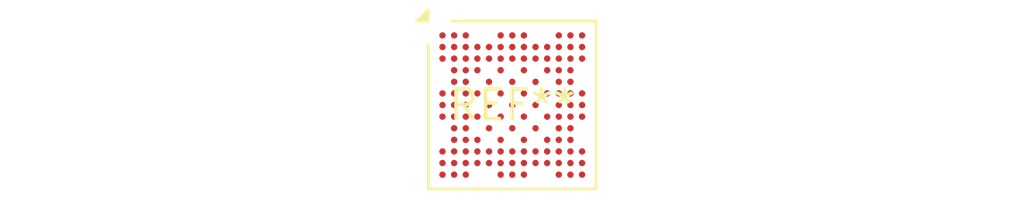
<source format=kicad_pcb>
(kicad_pcb (version 20240108) (generator pcbnew)
  (layers (0 "F.Cu" signal) (31 "B.Cu" signal) (34 "B.Paste" user) (35 "F.Paste" user) (36 "B.SilkS" user "B.Silkscreen") (37 "F.SilkS" user "F.Silkscreen") (38 "B.Mask" user) (39 "F.Mask" user) (44 "Edge.Cuts" user))
  (net 0 "")
  (footprint "ST_UFBGA-129_7x7mm_Layout13x13_P0.5mm" (layer "F.Cu") (at 0 0)
    (property "Reference" "REF**")
    (property "Value" "ST_UFBGA-129_7x7mm_Layout13x13_P0.5mm")
    (fp_line (start -3.61 3.61) (end -3.61 -2.61) (layer "F.SilkS") (stroke (width 0.12)))
    (fp_line (start -2.61 -3.61) (end 3.61 -3.61) (layer "F.SilkS") (stroke (width 0.12)))
    (fp_line (start 3.61 -3.61) (end 3.61 3.61) (layer "F.SilkS") (stroke (width 0.12)))
    (fp_line (start 3.61 3.61) (end -3.61 3.61) (layer "F.SilkS") (stroke (width 0.12)))
    (fp_poly (pts (xy -3.61 -3.61) (xy -4.11 -3.61) (xy -3.61 -4.11) (xy -3.61 -3.61)) (layer "F.SilkS") (stroke (width 0.12)) (fill solid))
    (pad "A1" smd circle (at -3 -3) (size 0.275 0.275) (property pad_prop_bga) (layers "F.Cu" "F.Paste" "F.Mask"))
    (pad "A2" smd circle (at -2.5 -3) (size 0.275 0.275) (property pad_prop_bga) (layers "F.Cu" "F.Paste" "F.Mask"))
    (pad "A3" smd circle (at -2 -3) (size 0.275 0.275) (property pad_prop_bga) (layers "F.Cu" "F.Paste" "F.Mask"))
    (pad "A6" smd circle (at -0.5 -3) (size 0.275 0.275) (property pad_prop_bga) (layers "F.Cu" "F.Paste" "F.Mask"))
    (pad "A7" smd circle (at 0 -3) (size 0.275 0.275) (property pad_prop_bga) (layers "F.Cu" "F.Paste" "F.Mask"))
    (pad "A8" smd circle (at 0.5 -3) (size 0.275 0.275) (property pad_prop_bga) (layers "F.Cu" "F.Paste" "F.Mask"))
    (pad "A11" smd circle (at 2 -3) (size 0.275 0.275) (property pad_prop_bga) (layers "F.Cu" "F.Paste" "F.Mask"))
    (pad "A12" smd circle (at 2.5 -3) (size 0.275 0.275) (property pad_prop_bga) (layers "F.Cu" "F.Paste" "F.Mask"))
    (pad "A13" smd circle (at 3 -3) (size 0.275 0.275) (property pad_prop_bga) (layers "F.Cu" "F.Paste" "F.Mask"))
    (pad "B1" smd circle (at -3 -2.5) (size 0.275 0.275) (property pad_prop_bga) (layers "F.Cu" "F.Paste" "F.Mask"))
    (pad "B2" smd circle (at -2.5 -2.5) (size 0.275 0.275) (property pad_prop_bga) (layers "F.Cu" "F.Paste" "F.Mask"))
    (pad "B3" smd circle (at -2 -2.5) (size 0.275 0.275) (property pad_prop_bga) (layers "F.Cu" "F.Paste" "F.Mask"))
    (pad "B4" smd circle (at -1.5 -2.5) (size 0.275 0.275) (property pad_prop_bga) (layers "F.Cu" "F.Paste" "F.Mask"))
    (pad "B5" smd circle (at -1 -2.5) (size 0.275 0.275) (property pad_prop_bga) (layers "F.Cu" "F.Paste" "F.Mask"))
    (pad "B6" smd circle (at -0.5 -2.5) (size 0.275 0.275) (property pad_prop_bga) (layers "F.Cu" "F.Paste" "F.Mask"))
    (pad "B7" smd circle (at 0 -2.5) (size 0.275 0.275) (property pad_prop_bga) (layers "F.Cu" "F.Paste" "F.Mask"))
    (pad "B8" smd circle (at 0.5 -2.5) (size 0.275 0.275) (property pad_prop_bga) (layers "F.Cu" "F.Paste" "F.Mask"))
    (pad "B9" smd circle (at 1 -2.5) (size 0.275 0.275) (property pad_prop_bga) (layers "F.Cu" "F.Paste" "F.Mask"))
    (pad "B10" smd circle (at 1.5 -2.5) (size 0.275 0.275) (property pad_prop_bga) (layers "F.Cu" "F.Paste" "F.Mask"))
    (pad "B11" smd circle (at 2 -2.5) (size 0.275 0.275) (property pad_prop_bga) (layers "F.Cu" "F.Paste" "F.Mask"))
    (pad "B12" smd circle (at 2.5 -2.5) (size 0.275 0.275) (property pad_prop_bga) (layers "F.Cu" "F.Paste" "F.Mask"))
    (pad "B13" smd circle (at 3 -2.5) (size 0.275 0.275) (property pad_prop_bga) (layers "F.Cu" "F.Paste" "F.Mask"))
    (pad "C1" smd circle (at -3 -2) (size 0.275 0.275) (property pad_prop_bga) (layers "F.Cu" "F.Paste" "F.Mask"))
    (pad "C2" smd circle (at -2.5 -2) (size 0.275 0.275) (property pad_prop_bga) (layers "F.Cu" "F.Paste" "F.Mask"))
    (pad "C3" smd circle (at -2 -2) (size 0.275 0.275) (property pad_prop_bga) (layers "F.Cu" "F.Paste" "F.Mask"))
    (pad "C4" smd circle (at -1.5 -2) (size 0.275 0.275) (property pad_prop_bga) (layers "F.Cu" "F.Paste" "F.Mask"))
    (pad "C5" smd circle (at -1 -2) (size 0.275 0.275) (property pad_prop_bga) (layers "F.Cu" "F.Paste" "F.Mask"))
    (pad "C6" smd circle (at -0.5 -2) (size 0.275 0.275) (property pad_prop_bga) (layers "F.Cu" "F.Paste" "F.Mask"))
    (pad "C7" smd circle (at 0 -2) (size 0.275 0.275) (property pad_prop_bga) (layers "F.Cu" "F.Paste" "F.Mask"))
    (pad "C8" smd circle (at 0.5 -2) (size 0.275 0.275) (property pad_prop_bga) (layers "F.Cu" "F.Paste" "F.Mask"))
    (pad "C9" smd circle (at 1 -2) (size 0.275 0.275) (property pad_prop_bga) (layers "F.Cu" "F.Paste" "F.Mask"))
    (pad "C10" smd circle (at 1.5 -2) (size 0.275 0.275) (property pad_prop_bga) (layers "F.Cu" "F.Paste" "F.Mask"))
    (pad "C11" smd circle (at 2 -2) (size 0.275 0.275) (property pad_prop_bga) (layers "F.Cu" "F.Paste" "F.Mask"))
    (pad "C12" smd circle (at 2.5 -2) (size 0.275 0.275) (property pad_prop_bga) (layers "F.Cu" "F.Paste" "F.Mask"))
    (pad "C13" smd circle (at 3 -2) (size 0.275 0.275) (property pad_prop_bga) (layers "F.Cu" "F.Paste" "F.Mask"))
    (pad "D2" smd circle (at -2.5 -1.5) (size 0.275 0.275) (property pad_prop_bga) (layers "F.Cu" "F.Paste" "F.Mask"))
    (pad "D3" smd circle (at -2 -1.5) (size 0.275 0.275) (property pad_prop_bga) (layers "F.Cu" "F.Paste" "F.Mask"))
    (pad "D4" smd circle (at -1.5 -1.5) (size 0.275 0.275) (property pad_prop_bga) (layers "F.Cu" "F.Paste" "F.Mask"))
    (pad "D6" smd circle (at -0.5 -1.5) (size 0.275 0.275) (property pad_prop_bga) (layers "F.Cu" "F.Paste" "F.Mask"))
    (pad "D8" smd circle (at 0.5 -1.5) (size 0.275 0.275) (property pad_prop_bga) (layers "F.Cu" "F.Paste" "F.Mask"))
    (pad "D10" smd circle (at 1.5 -1.5) (size 0.275 0.275) (property pad_prop_bga) (layers "F.Cu" "F.Paste" "F.Mask"))
    (pad "D11" smd circle (at 2 -1.5) (size 0.275 0.275) (property pad_prop_bga) (layers "F.Cu" "F.Paste" "F.Mask"))
    (pad "D12" smd circle (at 2.5 -1.5) (size 0.275 0.275) (property pad_prop_bga) (layers "F.Cu" "F.Paste" "F.Mask"))
    (pad "E2" smd circle (at -2.5 -1) (size 0.275 0.275) (property pad_prop_bga) (layers "F.Cu" "F.Paste" "F.Mask"))
    (pad "E3" smd circle (at -2 -1) (size 0.275 0.275) (property pad_prop_bga) (layers "F.Cu" "F.Paste" "F.Mask"))
    (pad "E5" smd circle (at -1 -1) (size 0.275 0.275) (property pad_prop_bga) (layers "F.Cu" "F.Paste" "F.Mask"))
    (pad "E7" smd circle (at 0 -1) (size 0.275 0.275) (property pad_prop_bga) (layers "F.Cu" "F.Paste" "F.Mask"))
    (pad "E9" smd circle (at 1 -1) (size 0.275 0.275) (property pad_prop_bga) (layers "F.Cu" "F.Paste" "F.Mask"))
    (pad "E11" smd circle (at 2 -1) (size 0.275 0.275) (property pad_prop_bga) (layers "F.Cu" "F.Paste" "F.Mask"))
    (pad "E12" smd circle (at 2.5 -1) (size 0.275 0.275) (property pad_prop_bga) (layers "F.Cu" "F.Paste" "F.Mask"))
    (pad "F1" smd circle (at -3 -0.5) (size 0.275 0.275) (property pad_prop_bga) (layers "F.Cu" "F.Paste" "F.Mask"))
    (pad "F2" smd circle (at -2.5 -0.5) (size 0.275 0.275) (property pad_prop_bga) (layers "F.Cu" "F.Paste" "F.Mask"))
    (pad "F3" smd circle (at -2 -0.5) (size 0.275 0.275) (property pad_prop_bga) (layers "F.Cu" "F.Paste" "F.Mask"))
    (pad "F4" smd circle (at -1.5 -0.5) (size 0.275 0.275) (property pad_prop_bga) (layers "F.Cu" "F.Paste" "F.Mask"))
    (pad "F6" smd circle (at -0.5 -0.5) (size 0.275 0.275) (property pad_prop_bga) (layers "F.Cu" "F.Paste" "F.Mask"))
    (pad "F8" smd circle (at 0.5 -0.5) (size 0.275 0.275) (property pad_prop_bga) (layers "F.Cu" "F.Paste" "F.Mask"))
    (pad "F10" smd circle (at 1.5 -0.5) (size 0.275 0.275) (property pad_prop_bga) (layers "F.Cu" "F.Paste" "F.Mask"))
    (pad "F11" smd circle (at 2 -0.5) (size 0.275 0.275) (property pad_prop_bga) (layers "F.Cu" "F.Paste" "F.Mask"))
    (pad "F12" smd circle (at 2.5 -0.5) (size 0.275 0.275) (property pad_prop_bga) (layers "F.Cu" "F.Paste" "F.Mask"))
    (pad "F13" smd circle (at 3 -0.5) (size 0.275 0.275) (property pad_prop_bga) (layers "F.Cu" "F.Paste" "F.Mask"))
    (pad "G1" smd circle (at -3 0) (size 0.275 0.275) (property pad_prop_bga) (layers "F.Cu" "F.Paste" "F.Mask"))
    (pad "G2" smd circle (at -2.5 0) (size 0.275 0.275) (property pad_prop_bga) (layers "F.Cu" "F.Paste" "F.Mask"))
    (pad "G3" smd circle (at -2 0) (size 0.275 0.275) (property pad_prop_bga) (layers "F.Cu" "F.Paste" "F.Mask"))
    (pad "G5" smd circle (at -1 0) (size 0.275 0.275) (property pad_prop_bga) (layers "F.Cu" "F.Paste" "F.Mask"))
    (pad "G7" smd circle (at 0 0) (size 0.275 0.275) (property pad_prop_bga) (layers "F.Cu" "F.Paste" "F.Mask"))
    (pad "G9" smd circle (at 1 0) (size 0.275 0.275) (property pad_prop_bga) (layers "F.Cu" "F.Paste" "F.Mask"))
    (pad "G11" smd circle (at 2 0) (size 0.275 0.275) (property pad_prop_bga) (layers "F.Cu" "F.Paste" "F.Mask"))
    (pad "G12" smd circle (at 2.5 0) (size 0.275 0.275) (property pad_prop_bga) (layers "F.Cu" "F.Paste" "F.Mask"))
    (pad "G13" smd circle (at 3 0) (size 0.275 0.275) (property pad_prop_bga) (layers "F.Cu" "F.Paste" "F.Mask"))
    (pad "H1" smd circle (at -3 0.5) (size 0.275 0.275) (property pad_prop_bga) (layers "F.Cu" "F.Paste" "F.Mask"))
    (pad "H2" smd circle (at -2.5 0.5) (size 0.275 0.275) (property pad_prop_bga) (layers "F.Cu" "F.Paste" "F.Mask"))
    (pad "H3" smd circle (at -2 0.5) (size 0.275 0.275) (property pad_prop_bga) (layers "F.Cu" "F.Paste" "F.Mask"))
    (pad "H4" smd circle (at -1.5 0.5) (size 0.275 0.275) (property pad_prop_bga) (layers "F.Cu" "F.Paste" "F.Mask"))
    (pad "H6" smd circle (at -0.5 0.5) (size 0.275 0.275) (property pad_prop_bga) (layers "F.Cu" "F.Paste" "F.Mask"))
    (pad "H8" smd circle (at 0.5 0.5) (size 0.275 0.275) (property pad_prop_bga) (layers "F.Cu" "F.Paste" "F.Mask"))
    (pad "H10" smd circle (at 1.5 0.5) (size 0.275 0.275) (property pad_prop_bga) (layers "F.Cu" "F.Paste" "F.Mask"))
    (pad "H11" smd circle (at 2 0.5) (size 0.275 0.275) (property pad_prop_bga) (layers "F.Cu" "F.Paste" "F.Mask"))
    (pad "H12" smd circle (at 2.5 0.5) (size 0.275 0.275) (property pad_prop_bga) (layers "F.Cu" "F.Paste" "F.Mask"))
    (pad "H13" smd circle (at 3 0.5) (size 0.275 0.275) (property pad_prop_bga) (layers "F.Cu" "F.Paste" "F.Mask"))
    (pad "J2" smd circle (at -2.5 1) (size 0.275 0.275) (property pad_prop_bga) (layers "F.Cu" "F.Paste" "F.Mask"))
    (pad "J3" smd circle (at -2 1) (size 0.275 0.275) (property pad_prop_bga) (layers "F.Cu" "F.Paste" "F.Mask"))
    (pad "J5" smd circle (at -1 1) (size 0.275 0.275) (property pad_prop_bga) (layers "F.Cu" "F.Paste" "F.Mask"))
    (pad "J7" smd circle (at 0 1) (size 0.275 0.275) (property pad_prop_bga) (layers "F.Cu" "F.Paste" "F.Mask"))
    (pad "J9" smd circle (at 1 1) (size 0.275 0.275) (property pad_prop_bga) (layers "F.Cu" "F.Paste" "F.Mask"))
    (pad "J11" smd circle (at 2 1) (size 0.275 0.275) (property pad_prop_bga) (layers "F.Cu" "F.Paste" "F.Mask"))
    (pad "J12" smd circle (at 2.5 1) (size 0.275 0.275) (property pad_prop_bga) (layers "F.Cu" "F.Paste" "F.Mask"))
    (pad "K2" smd circle (at -2.5 1.5) (size 0.275 0.275) (property pad_prop_bga) (layers "F.Cu" "F.Paste" "F.Mask"))
    (pad "K3" smd circle (at -2 1.5) (size 0.275 0.275) (property pad_prop_bga) (layers "F.Cu" "F.Paste" "F.Mask"))
    (pad "K4" smd circle (at -1.5 1.5) (size 0.275 0.275) (property pad_prop_bga) (layers "F.Cu" "F.Paste" "F.Mask"))
    (pad "K6" smd circle (at -0.5 1.5) (size 0.275 0.275) (property pad_prop_bga) (layers "F.Cu" "F.Paste" "F.Mask"))
    (pad "K8" smd circle (at 0.5 1.5) (size 0.275 0.275) (property pad_prop_bga) (layers "F.Cu" "F.Paste" "F.Mask"))
    (pad "K10" smd circle (at 1.5 1.5) (size 0.275 0.275) (property pad_prop_bga) (layers "F.Cu" "F.Paste" "F.Mask"))
    (pad "K11" smd circle (at 2 1.5) (size 0.275 0.275) (property pad_prop_bga) (layers "F.Cu" "F.Paste" "F.Mask"))
    (pad "K12" smd circle (at 2.5 1.5) (size 0.275 0.275) (property pad_prop_bga) (layers "F.Cu" "F.Paste" "F.Mask"))
    (pad "L1" smd circle (at -3 2) (size 0.275 0.275) (property pad_prop_bga) (layers "F.Cu" "F.Paste" "F.Mask"))
    (pad "L2" smd circle (at -2.5 2) (size 0.275 0.275) (property pad_prop_bga) (layers "F.Cu" "F.Paste" "F.Mask"))
    (pad "L3" smd circle (at -2 2) (size 0.275 0.275) (property pad_prop_bga) (layers "F.Cu" "F.Paste" "F.Mask"))
    (pad "L4" smd circle (at -1.5 2) (size 0.275 0.275) (property pad_prop_bga) (layers "F.Cu" "F.Paste" "F.Mask"))
    (pad "L5" smd circle (at -1 2) (size 0.275 0.275) (property pad_prop_bga) (layers "F.Cu" "F.Paste" "F.Mask"))
    (pad "L6" smd circle (at -0.5 2) (size 0.275 0.275) (property pad_prop_bga) (layers "F.Cu" "F.Paste" "F.Mask"))
    (pad "L7" smd circle (at 0 2) (size 0.275 0.275) (property pad_prop_bga) (layers "F.Cu" "F.Paste" "F.Mask"))
    (pad "L8" smd circle (at 0.5 2) (size 0.275 0.275) (property pad_prop_bga) (layers "F.Cu" "F.Paste" "F.Mask"))
    (pad "L9" smd circle (at 1 2) (size 0.275 0.275) (property pad_prop_bga) (layers "F.Cu" "F.Paste" "F.Mask"))
    (pad "L10" smd circle (at 1.5 2) (size 0.275 0.275) (property pad_prop_bga) (layers "F.Cu" "F.Paste" "F.Mask"))
    (pad "L11" smd circle (at 2 2) (size 0.275 0.275) (property pad_prop_bga) (layers "F.Cu" "F.Paste" "F.Mask"))
    (pad "L12" smd circle (at 2.5 2) (size 0.275 0.275) (property pad_prop_bga) (layers "F.Cu" "F.Paste" "F.Mask"))
    (pad "L13" smd circle (at 3 2) (size 0.275 0.275) (property pad_prop_bga) (layers "F.Cu" "F.Paste" "F.Mask"))
    (pad "M1" smd circle (at -3 2.5) (size 0.275 0.275) (property pad_prop_bga) (layers "F.Cu" "F.Paste" "F.Mask"))
    (pad "M2" smd circle (at -2.5 2.5) (size 0.275 0.275) (property pad_prop_bga) (layers "F.Cu" "F.Paste" "F.Mask"))
    (pad "M3" smd circle (at -2 2.5) (size 0.275 0.275) (property pad_prop_bga) (layers "F.Cu" "F.Paste" "F.Mask"))
    (pad "M4" smd circle (at -1.5 2.5) (size 0.275 0.275) (property pad_prop_bga) (layers "F.Cu" "F.Paste" "F.Mask"))
    (pad "M5" smd circle (at -1 2.5) (size 0.275 0.275) (property pad_prop_bga) (layers "F.Cu" "F.Paste" "F.Mask"))
    (pad "M6" smd circle (at -0.5 2.5) (size 0.275 0.275) (property pad_prop_bga) (layers "F.Cu" "F.Paste" "F.Mask"))
    (pad "M7" smd circle (at 0 2.5) (size 0.275 0.275) (property pad_prop_bga) (layers "F.Cu" "F.Paste" "F.Mask"))
    (pad "M8" smd circle (at 0.5 2.5) (size 0.275 0.275) (property pad_prop_bga) (layers "F.Cu" "F.Paste" "F.Mask"))
    (pad "M9" smd circle (at 1 2.5) (size 0.275 0.275) (property pad_prop_bga) (layers "F.Cu" "F.Paste" "F.Mask"))
    (pad "M10" smd circle (at 1.5 2.5) (size 0.275 0.275) (property pad_prop_bga) (layers "F.Cu" "F.Paste" "F.Mask"))
    (pad "M11" smd circle (at 2 2.5) (size 0.275 0.275) (property pad_prop_bga) (layers "F.Cu" "F.Paste" "F.Mask"))
    (pad "M12" smd circle (at 2.5 2.5) (size 0.275 0.275) (property pad_prop_bga) (layers "F.Cu" "F.Paste" "F.Mask"))
    (pad "M13" smd circle (at 3 2.5) (size 0.275 0.275) (property pad_prop_bga) (layers "F.Cu" "F.Paste" "F.Mask"))
    (pad "N1" smd circle (at -3 3) (size 0.275 0.275) (property pad_prop_bga) (layers "F.Cu" "F.Paste" "F.Mask"))
    (pad "N2" smd circle (at -2.5 3) (size 0.275 0.275) (property pad_prop_bga) (layers "F.Cu" "F.Paste" "F.Mask"))
    (pad "N3" smd circle (at -2 3) (size 0.275 0.275) (property pad_prop_bga) (layers "F.Cu" "F.Paste" "F.Mask"))
    (pad "N6" smd circle (at -0.5 3) (size 0.275 0.275) (property pad_prop_bga) (layers "F.Cu" "F.Paste" "F.Mask"))
    (pad "N7" smd circle (at 0 3) (size 0.275 0.275) (property pad_prop_bga) (layers "F.Cu" "F.Paste" "F.Mask"))
    (pad "N8" smd circle (at 0.5 3) (size 0.275 0.275) (property pad_prop_bga) (layers "F.Cu" "F.Paste" "F.Mask"))
    (pad "N11" smd circle (at 2 3) (size 0.275 0.275) (property pad_prop_bga) (layers "F.Cu" "F.Paste" "F.Mask"))
    (pad "N12" smd circle (at 2.5 3) (size 0.275 0.275) (property pad_prop_bga) (layers "F.Cu" "F.Paste" "F.Mask"))
    (pad "N13" smd circle (at 3 3) (size 0.275 0.275) (property pad_prop_bga) (layers "F.Cu" "F.Paste" "F.Mask"))
  )
)
</source>
